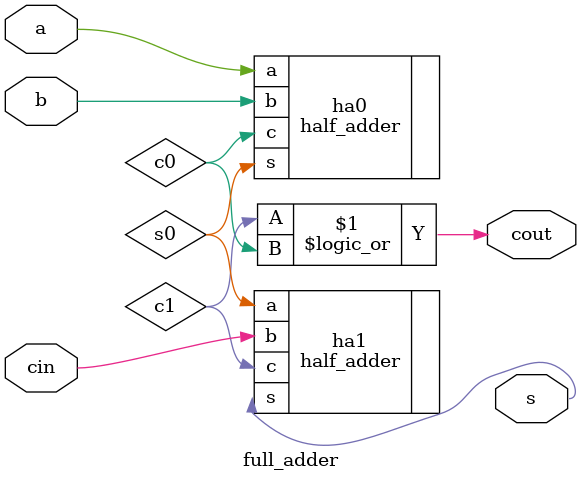
<source format=v>
module full_adder(a,b,cin,cout,s);
    input a;
    input b;
    input cin;
    output cout;
    output s;
    wire c0;
    wire c1;
    wire s0;

    half_adder ha0(.a(a),.b(b),.c(c0),.s(s0));
    half_adder ha1(.a(s0),.b(cin),.c(c1),.s(s));
    assign cout = c1 || c0;
endmodule
</source>
